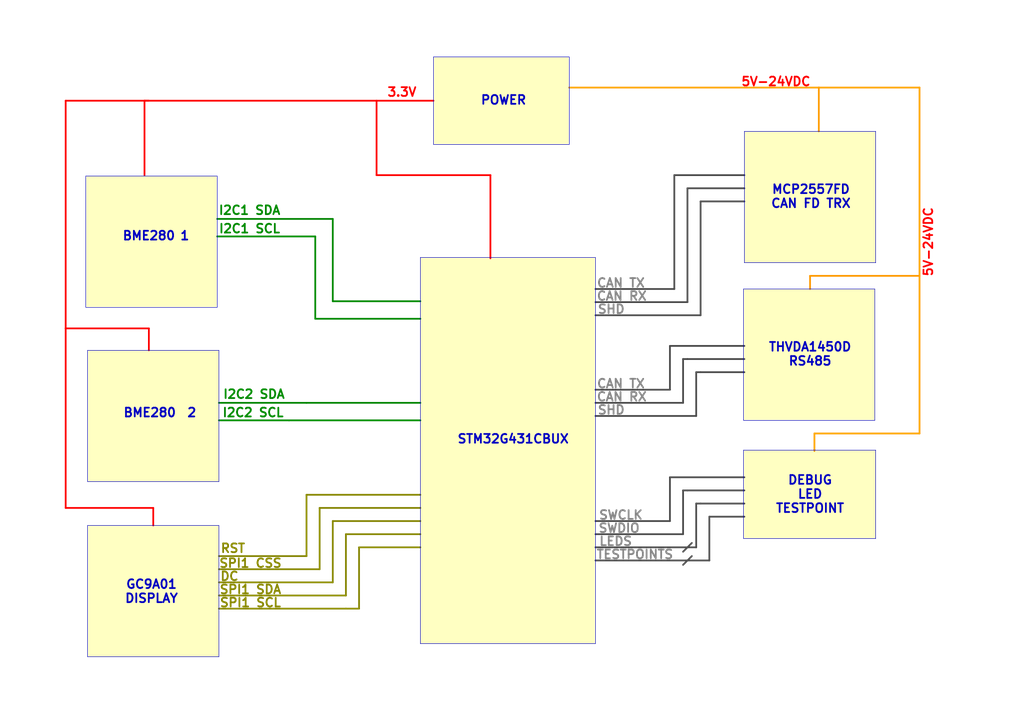
<source format=kicad_sch>
(kicad_sch
	(version 20250114)
	(generator "eeschema")
	(generator_version "9.0")
	(uuid "be9984da-3578-4f2c-99e6-90989df5996c")
	(paper "A4")
	(lib_symbols)
	(rectangle
		(start 24.892 51.054)
		(end 62.992 89.154)
		(stroke
			(width 0)
			(type default)
		)
		(fill
			(type color)
			(color 255 255 194 1)
		)
		(uuid 33dc6cd9-8caf-47b6-bd20-863799476d3c)
	)
	(rectangle
		(start 25.4 152.4)
		(end 63.5 190.5)
		(stroke
			(width 0)
			(type default)
		)
		(fill
			(type color)
			(color 255 255 194 1)
		)
		(uuid 4554c643-067f-432e-8aee-ff2fc73e3023)
	)
	(rectangle
		(start 215.9 38.1)
		(end 254 76.2)
		(stroke
			(width 0)
			(type default)
		)
		(fill
			(type color)
			(color 255 255 194 1)
		)
		(uuid 903c9edd-f42c-4e00-ad2b-9162c5355249)
	)
	(rectangle
		(start 125.73 16.51)
		(end 165.1 41.91)
		(stroke
			(width 0)
			(type default)
		)
		(fill
			(type color)
			(color 255 255 194 1)
		)
		(uuid cdf138e2-fc69-4564-ac2f-b6454b0bea2e)
	)
	(rectangle
		(start 121.92 74.676)
		(end 172.72 186.69)
		(stroke
			(width 0)
			(type default)
		)
		(fill
			(type color)
			(color 255 255 194 1)
		)
		(uuid e0b63e25-4202-4788-9e25-cf3ee01ad0cb)
	)
	(rectangle
		(start 215.646 83.82)
		(end 253.746 121.92)
		(stroke
			(width 0)
			(type default)
		)
		(fill
			(type color)
			(color 255 255 194 1)
		)
		(uuid e90c4111-42e8-4567-a815-64e6bb175411)
	)
	(rectangle
		(start 25.4 101.6)
		(end 63.5 139.7)
		(stroke
			(width 0)
			(type default)
		)
		(fill
			(type color)
			(color 255 255 194 1)
		)
		(uuid fa40cb46-9140-4bec-9299-149b9f7c2aa3)
	)
	(rectangle
		(start 215.646 130.556)
		(end 254 156.21)
		(stroke
			(width 0)
			(type default)
		)
		(fill
			(type color)
			(color 255 255 194 1)
		)
		(uuid ffe16116-c815-4a2f-9934-251edbf26d7a)
	)
	(text "POWER"
		(exclude_from_sim no)
		(at 146.05 29.21 0)
		(effects
			(font
				(size 2.54 2.54)
				(thickness 0.508)
				(bold yes)
			)
		)
		(uuid "12f993ac-3031-414b-b804-79d14d93251c")
	)
	(text "RST"
		(exclude_from_sim no)
		(at 67.564 159.258 0)
		(effects
			(font
				(size 2.54 2.54)
				(thickness 0.508)
				(bold yes)
				(color 132 132 0 1)
			)
		)
		(uuid "188e2471-bcad-4f7d-bc52-ff62a15f7b53")
	)
	(text "SWCLK"
		(exclude_from_sim no)
		(at 180.086 149.606 0)
		(effects
			(font
				(size 2.54 2.54)
				(thickness 0.508)
				(bold yes)
				(color 132 132 132 1)
			)
		)
		(uuid "1890b87e-b61b-4404-a18b-dc284c5754ff")
	)
	(text "1"
		(exclude_from_sim no)
		(at 53.594 68.58 0)
		(effects
			(font
				(size 2.54 2.54)
				(thickness 0.508)
				(bold yes)
			)
		)
		(uuid "1a7f1644-df3a-4d33-b223-31b2b6f904ba")
	)
	(text "MCP2557FD\nCAN FD TRX"
		(exclude_from_sim no)
		(at 235.204 57.15 0)
		(effects
			(font
				(size 2.54 2.54)
				(thickness 0.508)
				(bold yes)
			)
		)
		(uuid "1c051424-7262-4d6b-b76a-75c924e2bb81")
	)
	(text "CAN RX"
		(exclude_from_sim no)
		(at 180.34 115.316 0)
		(effects
			(font
				(size 2.54 2.54)
				(thickness 0.508)
				(bold yes)
				(color 132 132 132 1)
			)
		)
		(uuid "1e7e1cd1-7891-4f0d-a7f6-1a225d6cf3ba")
	)
	(text "CAN RX"
		(exclude_from_sim no)
		(at 180.34 86.106 0)
		(effects
			(font
				(size 2.54 2.54)
				(thickness 0.508)
				(bold yes)
				(color 132 132 132 1)
			)
		)
		(uuid "32185817-1106-41fa-8217-0f509ad583fc")
	)
	(text "SPI1 SDA"
		(exclude_from_sim no)
		(at 72.644 171.196 0)
		(effects
			(font
				(size 2.54 2.54)
				(thickness 0.508)
				(bold yes)
				(color 132 132 0 1)
			)
		)
		(uuid "33e9e6d4-c444-4d4e-be66-280e4e1b9236")
	)
	(text "SPI1 SCL"
		(exclude_from_sim no)
		(at 72.644 175.006 0)
		(effects
			(font
				(size 2.54 2.54)
				(thickness 0.508)
				(bold yes)
				(color 132 132 0 1)
			)
		)
		(uuid "35fb6edd-a7cc-47de-b148-ccc3b6d46117")
	)
	(text "I2C2 SCL"
		(exclude_from_sim no)
		(at 73.406 119.888 0)
		(effects
			(font
				(size 2.54 2.54)
				(thickness 0.508)
				(bold yes)
				(color 0 132 0 1)
			)
		)
		(uuid "444c0138-b106-4b6b-90d3-387cac93082f")
	)
	(text "I2C2 SDA"
		(exclude_from_sim no)
		(at 73.66 114.554 0)
		(effects
			(font
				(size 2.54 2.54)
				(thickness 0.508)
				(bold yes)
				(color 0 132 0 1)
			)
		)
		(uuid "490d9f9e-b483-47a0-91fe-d752792b9282")
	)
	(text "CAN TX"
		(exclude_from_sim no)
		(at 180.086 111.506 0)
		(effects
			(font
				(size 2.54 2.54)
				(thickness 0.508)
				(bold yes)
				(color 132 132 132 1)
			)
		)
		(uuid "4ade6c0b-8075-4afb-8509-75cddeec2a86")
	)
	(text "SHD"
		(exclude_from_sim no)
		(at 177.292 89.916 0)
		(effects
			(font
				(size 2.54 2.54)
				(thickness 0.508)
				(bold yes)
				(color 132 132 132 1)
			)
		)
		(uuid "54f2e4d0-ba17-4819-9be9-09aebae24a60")
	)
	(text "I2C1 SDA"
		(exclude_from_sim no)
		(at 72.39 61.214 0)
		(effects
			(font
				(size 2.54 2.54)
				(thickness 0.508)
				(bold yes)
				(color 0 132 0 1)
			)
		)
		(uuid "6fab8f5e-64c8-4af7-bd56-ef4a0878ee8e")
	)
	(text "TESTPOINTS"
		(exclude_from_sim no)
		(at 184.15 161.036 0)
		(effects
			(font
				(size 2.54 2.54)
				(thickness 0.508)
				(bold yes)
				(color 132 132 132 1)
			)
		)
		(uuid "7d97f7c3-2bc6-4c12-a062-50de5a872dd8")
	)
	(text "2"
		(exclude_from_sim no)
		(at 55.626 119.888 0)
		(effects
			(font
				(size 2.54 2.54)
				(thickness 0.508)
				(bold yes)
			)
		)
		(uuid "8e2d4db4-d9bf-45a1-b247-e17adfbccb0a")
	)
	(text "SWDIO"
		(exclude_from_sim no)
		(at 179.578 153.416 0)
		(effects
			(font
				(size 2.54 2.54)
				(thickness 0.508)
				(bold yes)
				(color 132 132 132 1)
			)
		)
		(uuid "8ec707e0-3088-417e-a1c2-f41951ab4b64")
	)
	(text "3.3V"
		(exclude_from_sim no)
		(at 116.586 26.924 0)
		(effects
			(font
				(size 2.54 2.54)
				(thickness 0.508)
				(bold yes)
				(color 255 0 0 1)
			)
		)
		(uuid "960e04a4-99a4-479c-9e92-6de2e726dd1c")
	)
	(text "STM32G431CBUX"
		(exclude_from_sim no)
		(at 148.844 127.508 0)
		(effects
			(font
				(size 2.54 2.54)
				(thickness 0.508)
				(bold yes)
			)
		)
		(uuid "99982a99-8b66-4266-b403-c925922e77ca")
	)
	(text "GC9A01\nDISPLAY"
		(exclude_from_sim no)
		(at 43.942 171.704 0)
		(effects
			(font
				(size 2.54 2.54)
				(thickness 0.508)
				(bold yes)
			)
		)
		(uuid "a3f8de33-61d5-496e-97dc-b85ebc75bac4")
	)
	(text "5V-24VDC"
		(exclude_from_sim no)
		(at 225.044 23.876 0)
		(effects
			(font
				(size 2.54 2.54)
				(thickness 0.508)
				(bold yes)
				(color 255 0 0 1)
			)
		)
		(uuid "a4f75510-a592-4452-9975-d61c57fa5be7")
	)
	(text "BME280"
		(exclude_from_sim no)
		(at 43.18 68.58 0)
		(effects
			(font
				(size 2.54 2.54)
				(thickness 0.508)
				(bold yes)
			)
		)
		(uuid "a64532ba-3278-49c4-b62e-b1c525efe413")
	)
	(text "BME280"
		(exclude_from_sim no)
		(at 43.434 119.888 0)
		(effects
			(font
				(size 2.54 2.54)
				(thickness 0.508)
				(bold yes)
			)
		)
		(uuid "aa558e8b-c5a6-46b1-81aa-5ece526035a2")
	)
	(text "I2C1 SCL"
		(exclude_from_sim no)
		(at 72.39 66.548 0)
		(effects
			(font
				(size 2.54 2.54)
				(thickness 0.508)
				(bold yes)
				(color 0 132 0 1)
			)
		)
		(uuid "b3141e7d-ec33-4f64-b9d4-c3a6568e2b5c")
	)
	(text "DC"
		(exclude_from_sim no)
		(at 66.548 167.386 0)
		(effects
			(font
				(size 2.54 2.54)
				(thickness 0.508)
				(bold yes)
				(color 132 132 0 1)
			)
		)
		(uuid "b449c23e-9a73-4833-8f0f-82f92a2d8eeb")
	)
	(text "5V-24VDC"
		(exclude_from_sim no)
		(at 269.24 70.358 90)
		(effects
			(font
				(size 2.54 2.54)
				(thickness 0.508)
				(bold yes)
				(color 255 0 0 1)
			)
		)
		(uuid "b5134bb9-8849-4c94-b22e-c287ebc7f429")
	)
	(text "SPI1 CSS"
		(exclude_from_sim no)
		(at 72.644 163.576 0)
		(effects
			(font
				(size 2.54 2.54)
				(thickness 0.508)
				(bold yes)
				(color 132 132 0 1)
			)
		)
		(uuid "bd61752f-54eb-42e2-a13b-c6959c6b53d3")
	)
	(text "CAN TX"
		(exclude_from_sim no)
		(at 180.086 82.296 0)
		(effects
			(font
				(size 2.54 2.54)
				(thickness 0.508)
				(bold yes)
				(color 132 132 132 1)
			)
		)
		(uuid "ca35e6d6-74c1-4f9c-b06b-6d8f7f72a2d4")
	)
	(text "THVDA1450D\nRS485"
		(exclude_from_sim no)
		(at 234.95 102.87 0)
		(effects
			(font
				(size 2.54 2.54)
				(thickness 0.508)
				(bold yes)
			)
		)
		(uuid "d990fe4a-e145-464e-b8de-d725c14f259f")
	)
	(text "SHD"
		(exclude_from_sim no)
		(at 177.292 119.126 0)
		(effects
			(font
				(size 2.54 2.54)
				(thickness 0.508)
				(bold yes)
				(color 132 132 132 1)
			)
		)
		(uuid "e45d000f-c6c1-4a1b-8642-e7bd81ae44ec")
	)
	(text "LEDS"
		(exclude_from_sim no)
		(at 178.562 157.226 0)
		(effects
			(font
				(size 2.54 2.54)
				(thickness 0.508)
				(bold yes)
				(color 132 132 132 1)
			)
		)
		(uuid "f6f49b5b-be8e-49a1-b477-423ae6554734")
	)
	(text "DEBUG\nLED\nTESTPOINT"
		(exclude_from_sim no)
		(at 234.95 143.51 0)
		(effects
			(font
				(size 2.54 2.54)
				(thickness 0.508)
				(bold yes)
			)
		)
		(uuid "ffb358ca-d7e6-4cd7-bb14-e74e1da7f238")
	)
	(polyline
		(pts
			(xy 172.72 120.65) (xy 201.93 120.65)
		)
		(stroke
			(width 0.508)
			(type default)
			(color 72 72 72 1)
		)
		(uuid "029afe63-7f13-47f6-8302-e496f13fa634")
	)
	(polyline
		(pts
			(xy 199.39 104.14) (xy 215.9 104.14)
		)
		(stroke
			(width 0.508)
			(type default)
			(color 72 72 72 1)
		)
		(uuid "045422db-c4a5-4cbd-a8f8-69d086af8322")
	)
	(polyline
		(pts
			(xy 205.74 162.56) (xy 205.74 149.86)
		)
		(stroke
			(width 0.508)
			(type default)
			(color 72 72 72 1)
		)
		(uuid "0d303700-06c5-4162-b6d5-21f61be65d4a")
	)
	(polyline
		(pts
			(xy 172.72 91.44) (xy 203.2 91.44)
		)
		(stroke
			(width 0.508)
			(type default)
			(color 72 72 72 1)
		)
		(uuid "0eecd167-59f4-47a2-8bc8-50f8c1a98004")
	)
	(polyline
		(pts
			(xy 201.93 107.95) (xy 203.2 107.95)
		)
		(stroke
			(width 0.508)
			(type default)
			(color 72 72 72 1)
		)
		(uuid "10067ca3-d94e-4159-9c5e-fdc9c97f122f")
	)
	(polyline
		(pts
			(xy 104.14 158.75) (xy 121.92 158.75)
		)
		(stroke
			(width 0.508)
			(type default)
			(color 132 132 0 1)
		)
		(uuid "125b75aa-f317-41fd-a8bd-6c53cc2e0839")
	)
	(polyline
		(pts
			(xy 198.12 154.94) (xy 198.12 142.24)
		)
		(stroke
			(width 0.508)
			(type default)
			(color 72 72 72 1)
		)
		(uuid "1560dfb9-4936-4f83-b680-524abbefd3d5")
	)
	(polyline
		(pts
			(xy 194.31 138.43) (xy 215.9 138.43)
		)
		(stroke
			(width 0.508)
			(type default)
			(color 72 72 72 1)
		)
		(uuid "1734fc26-fca2-4433-b76d-fb4232ed6897")
	)
	(polyline
		(pts
			(xy 199.39 54.61) (xy 215.9 54.61)
		)
		(stroke
			(width 0.508)
			(type default)
			(color 72 72 72 1)
		)
		(uuid "17b03d60-ddff-4eeb-86cd-1fa1cce47107")
	)
	(polyline
		(pts
			(xy 172.72 113.03) (xy 194.31 113.03)
		)
		(stroke
			(width 0.508)
			(type default)
			(color 72 72 72 1)
		)
		(uuid "18595a68-0e4b-47bc-9048-b8c18b3f8778")
	)
	(polyline
		(pts
			(xy 194.31 100.33) (xy 215.9 100.33)
		)
		(stroke
			(width 0.508)
			(type default)
			(color 72 72 72 1)
		)
		(uuid "1b34e10a-2a2d-46dd-b9fd-efe9f49108d4")
	)
	(polyline
		(pts
			(xy 19.05 95.25) (xy 19.05 147.32)
		)
		(stroke
			(width 0.508)
			(type default)
			(color 255 0 0 1)
		)
		(uuid "1e0b1695-4b25-4a5c-8a1c-1f2e59f97f67")
	)
	(polyline
		(pts
			(xy 203.2 146.05) (xy 215.9 146.05)
		)
		(stroke
			(width 0.508)
			(type default)
			(color 72 72 72 1)
		)
		(uuid "1eef3fd6-731e-4cf9-929d-5ec363a16711")
	)
	(polyline
		(pts
			(xy 109.22 29.21) (xy 109.22 50.8)
		)
		(stroke
			(width 0.508)
			(type default)
			(color 255 0 0 1)
		)
		(uuid "2184e7df-3c8e-47e1-a5b5-eeecf3df3ae3")
	)
	(polyline
		(pts
			(xy 83.82 121.92) (xy 121.92 121.92)
		)
		(stroke
			(width 0.508)
			(type default)
			(color 0 132 0 1)
		)
		(uuid "22b5064d-f9bd-415d-9874-54270e58c895")
	)
	(polyline
		(pts
			(xy 88.9 116.84) (xy 90.17 116.84)
		)
		(stroke
			(width 0)
			(type default)
		)
		(uuid "26ae7410-4e8b-452c-b0df-97d8743dcdf2")
	)
	(polyline
		(pts
			(xy 205.74 149.86) (xy 215.9 149.86)
		)
		(stroke
			(width 0.508)
			(type default)
			(color 72 72 72 1)
		)
		(uuid "2898b74e-dd1c-403c-b0a7-aa3075bd932e")
	)
	(polyline
		(pts
			(xy 198.12 163.83) (xy 200.66 161.29)
		)
		(stroke
			(width 0.508)
			(type default)
			(color 72 72 72 1)
		)
		(uuid "2affda89-9d7a-4e3e-9a34-35b3a1852fef")
	)
	(polyline
		(pts
			(xy 237.49 25.4) (xy 266.7 25.4)
		)
		(stroke
			(width 0.508)
			(type default)
			(color 255 153 0 1)
		)
		(uuid "36b11ecc-518c-41cd-adb4-a99a46866d88")
	)
	(polyline
		(pts
			(xy 19.05 95.25) (xy 19.05 29.21)
		)
		(stroke
			(width 0.508)
			(type default)
			(color 255 0 0 1)
		)
		(uuid "37ac1270-6016-4cd8-9fa5-b7461833043b")
	)
	(polyline
		(pts
			(xy 195.58 50.8) (xy 215.9 50.8)
		)
		(stroke
			(width 0.508)
			(type default)
			(color 72 72 72 1)
		)
		(uuid "3d3b2ae1-695f-4bdf-bbba-8b9f83ba0421")
	)
	(polyline
		(pts
			(xy 199.39 142.24) (xy 215.9 142.24)
		)
		(stroke
			(width 0.508)
			(type default)
			(color 72 72 72 1)
		)
		(uuid "3e5dae8f-fc16-4018-a33f-84b6064f8fd5")
	)
	(polyline
		(pts
			(xy 195.58 83.82) (xy 195.58 50.8)
		)
		(stroke
			(width 0.508)
			(type default)
			(color 72 72 72 1)
		)
		(uuid "49df16ae-8f4c-4233-8f51-0cbe0ed2f34c")
	)
	(polyline
		(pts
			(xy 198.12 116.84) (xy 198.12 104.14)
		)
		(stroke
			(width 0.508)
			(type default)
			(color 72 72 72 1)
		)
		(uuid "4b57992c-2375-4295-9334-426405220f5d")
	)
	(polyline
		(pts
			(xy 172.72 162.56) (xy 205.74 162.56)
		)
		(stroke
			(width 0.508)
			(type default)
			(color 72 72 72 1)
		)
		(uuid "4c6d968b-6986-4fe1-bc56-f94a88f39812")
	)
	(polyline
		(pts
			(xy 96.52 151.13) (xy 121.92 151.13)
		)
		(stroke
			(width 0.508)
			(type default)
			(color 132 132 0 1)
		)
		(uuid "512edd7f-6d46-4f51-beb4-c92357dc7aca")
	)
	(polyline
		(pts
			(xy 19.05 29.21) (xy 43.18 29.21)
		)
		(stroke
			(width 0.508)
			(type default)
			(color 255 0 0 1)
		)
		(uuid "57c7f376-0c56-401a-8c2f-5447ab01771d")
	)
	(polyline
		(pts
			(xy 62.992 68.58) (xy 91.44 68.58)
		)
		(stroke
			(width 0.508)
			(type default)
			(color 0 132 0 1)
		)
		(uuid "5a45477b-ce14-488e-be95-33ac184e3729")
	)
	(polyline
		(pts
			(xy 203.2 107.95) (xy 215.9 107.95)
		)
		(stroke
			(width 0.508)
			(type default)
			(color 72 72 72 1)
		)
		(uuid "5b91f36e-ecd2-479d-bb8d-95649df3bace")
	)
	(polyline
		(pts
			(xy 172.72 83.82) (xy 195.58 83.82)
		)
		(stroke
			(width 0.508)
			(type default)
			(color 72 72 72 1)
		)
		(uuid "5bcf18f1-61d7-4f73-aa9d-3758219e6eac")
	)
	(polyline
		(pts
			(xy 194.31 113.03) (xy 194.31 100.33)
		)
		(stroke
			(width 0.508)
			(type default)
			(color 72 72 72 1)
		)
		(uuid "5d5e28fe-f977-4991-b1d8-9a266bf81495")
	)
	(polyline
		(pts
			(xy 96.52 87.376) (xy 121.92 87.376)
		)
		(stroke
			(width 0.508)
			(type default)
			(color 0 132 0 1)
		)
		(uuid "5f5c8832-c7c0-4e5a-9941-7665cef6dbe2")
	)
	(polyline
		(pts
			(xy 96.52 63.5) (xy 96.52 87.376)
		)
		(stroke
			(width 0.508)
			(type default)
			(color 0 132 0 1)
		)
		(uuid "61702c4a-54af-4301-a9ee-07c4aa4ea3e1")
	)
	(polyline
		(pts
			(xy 201.93 158.75) (xy 201.93 146.05)
		)
		(stroke
			(width 0.508)
			(type default)
			(color 72 72 72 1)
		)
		(uuid "635ed044-8e08-4608-b3b4-3761f7504440")
	)
	(polyline
		(pts
			(xy 63.5 161.29) (xy 88.9 161.29)
		)
		(stroke
			(width 0.508)
			(type default)
			(color 132 132 0 1)
		)
		(uuid "63deb193-fb32-4121-8ed2-3682ced4f3f8")
	)
	(polyline
		(pts
			(xy 198.12 104.14) (xy 199.39 104.14)
		)
		(stroke
			(width 0.508)
			(type default)
			(color 72 72 72 1)
		)
		(uuid "64eccc6e-d1d6-4448-85ca-bd238839c4a7")
	)
	(polyline
		(pts
			(xy 172.72 116.84) (xy 198.12 116.84)
		)
		(stroke
			(width 0.508)
			(type default)
			(color 72 72 72 1)
		)
		(uuid "64fe9cf7-2a43-4a37-a433-98f5e8346323")
	)
	(polyline
		(pts
			(xy 19.05 147.32) (xy 44.45 147.32)
		)
		(stroke
			(width 0.508)
			(type default)
			(color 255 0 0 1)
		)
		(uuid "6914e468-662d-4b75-aebf-fb8800460bf4")
	)
	(polyline
		(pts
			(xy 63.5 176.53) (xy 100.33 176.53)
		)
		(stroke
			(width 0.508)
			(type default)
			(color 132 132 0 1)
		)
		(uuid "6aab73fa-6355-4f82-a06e-f62d2270cb28")
	)
	(polyline
		(pts
			(xy 44.45 147.32) (xy 44.45 152.4)
		)
		(stroke
			(width 0.508)
			(type default)
			(color 255 0 0 1)
		)
		(uuid "6dec7e96-b616-469a-96bf-915a5b235de3")
	)
	(polyline
		(pts
			(xy 88.9 143.51) (xy 121.92 143.51)
		)
		(stroke
			(width 0.508)
			(type default)
			(color 132 132 0 1)
		)
		(uuid "6ebba216-5b19-4005-bf3b-c1c54fa525c7")
	)
	(polyline
		(pts
			(xy 266.7 25.4) (xy 266.7 80.01)
		)
		(stroke
			(width 0.508)
			(type default)
			(color 255 153 0 1)
		)
		(uuid "78308709-99d5-4e78-ba4b-a64d3bafddec")
	)
	(polyline
		(pts
			(xy 165.1 25.4) (xy 237.49 25.4)
		)
		(stroke
			(width 0.508)
			(type default)
			(color 255 153 0 1)
		)
		(uuid "78b553d1-8659-48f0-9ecf-fb5868e08511")
	)
	(polyline
		(pts
			(xy 41.91 29.21) (xy 41.91 50.8)
		)
		(stroke
			(width 0.508)
			(type default)
			(color 255 0 0 1)
		)
		(uuid "7ad41811-a66d-4e83-8ca8-a83204cb84ed")
	)
	(polyline
		(pts
			(xy 92.71 165.1) (xy 92.71 147.32)
		)
		(stroke
			(width 0.508)
			(type default)
			(color 132 132 0 1)
		)
		(uuid "7f2e4e94-a2fe-41f5-a394-f37f0d7a4d2e")
	)
	(polyline
		(pts
			(xy 234.95 80.01) (xy 234.95 83.82)
		)
		(stroke
			(width 0.508)
			(type default)
			(color 255 153 0 1)
		)
		(uuid "7f44887b-db56-42a3-aa94-0046425e6f9d")
	)
	(polyline
		(pts
			(xy 88.9 161.29) (xy 88.9 143.51)
		)
		(stroke
			(width 0.508)
			(type default)
			(color 132 132 0 1)
		)
		(uuid "84ee17bd-e4af-407d-b735-09c21563ef95")
	)
	(polyline
		(pts
			(xy 62.992 63.5) (xy 96.52 63.5)
		)
		(stroke
			(width 0.508)
			(type default)
			(color 0 132 0 1)
		)
		(uuid "858c4202-f66c-4122-9cb0-9937abc5f802")
	)
	(polyline
		(pts
			(xy 266.7 80.01) (xy 234.95 80.01)
		)
		(stroke
			(width 0.508)
			(type default)
			(color 255 153 0 1)
		)
		(uuid "886d1881-2bf0-4ce3-8ace-965bc937c39e")
	)
	(polyline
		(pts
			(xy 92.71 147.32) (xy 121.92 147.32)
		)
		(stroke
			(width 0.508)
			(type default)
			(color 132 132 0 1)
		)
		(uuid "88e12394-54b8-4a41-8c57-23b62bd5b63d")
	)
	(polyline
		(pts
			(xy 109.22 50.8) (xy 142.24 50.8)
		)
		(stroke
			(width 0.508)
			(type default)
			(color 255 0 0 1)
		)
		(uuid "8a6fcd2d-4663-4c47-9aa1-d4addd3dd344")
	)
	(polyline
		(pts
			(xy 88.9 116.84) (xy 121.92 116.84)
		)
		(stroke
			(width 0.508)
			(type default)
			(color 0 132 0 1)
		)
		(uuid "8f289f84-3440-4abe-851e-a3bdbd701d60")
	)
	(polyline
		(pts
			(xy 100.33 154.94) (xy 121.92 154.94)
		)
		(stroke
			(width 0.508)
			(type default)
			(color 132 132 0 1)
		)
		(uuid "94a8c69e-5cf5-4411-bc98-979c9e78d84e")
	)
	(polyline
		(pts
			(xy 125.73 29.21) (xy 41.91 29.21)
		)
		(stroke
			(width 0.508)
			(type default)
			(color 255 0 0 1)
		)
		(uuid "992138ec-abdc-42e4-b916-d7d98bce8fac")
	)
	(polyline
		(pts
			(xy 236.22 125.73) (xy 236.22 130.81)
		)
		(stroke
			(width 0.508)
			(type default)
			(color 255 153 0 1)
		)
		(uuid "9e1dd7db-2887-4bd9-8acf-9595d7b7e3a1")
	)
	(polyline
		(pts
			(xy 104.14 176.53) (xy 104.14 158.75)
		)
		(stroke
			(width 0.508)
			(type default)
			(color 132 132 0 1)
		)
		(uuid "a0013b47-3142-49ae-b516-c8eab0805b7a")
	)
	(polyline
		(pts
			(xy 201.93 120.65) (xy 201.93 107.95)
		)
		(stroke
			(width 0.508)
			(type default)
			(color 72 72 72 1)
		)
		(uuid "a2bb9c95-091c-4b54-a49f-f8c0bf279faa")
	)
	(polyline
		(pts
			(xy 91.44 68.58) (xy 91.44 92.456)
		)
		(stroke
			(width 0.508)
			(type default)
			(color 0 132 0 1)
		)
		(uuid "a3410728-b260-4882-97f2-6e2753458861")
	)
	(polyline
		(pts
			(xy 91.44 92.456) (xy 121.92 92.456)
		)
		(stroke
			(width 0.508)
			(type default)
			(color 0 132 0 1)
		)
		(uuid "a349b0ec-22cb-458f-bc76-1d7e35f251b5")
	)
	(polyline
		(pts
			(xy 63.5 165.1) (xy 92.71 165.1)
		)
		(stroke
			(width 0.508)
			(type default)
			(color 132 132 0 1)
		)
		(uuid "ad01e6d3-462f-4386-b3fd-9d886969f507")
	)
	(polyline
		(pts
			(xy 194.31 151.13) (xy 194.31 138.43)
		)
		(stroke
			(width 0.508)
			(type default)
			(color 72 72 72 1)
		)
		(uuid "af99d21a-3b7e-44ba-a8b6-46375506e64d")
	)
	(polyline
		(pts
			(xy 237.49 25.4) (xy 237.49 38.1)
		)
		(stroke
			(width 0.508)
			(type default)
			(color 255 153 0 1)
		)
		(uuid "afd7e3c4-478f-47e7-a0a5-174817d4b30f")
	)
	(polyline
		(pts
			(xy 172.72 151.13) (xy 194.31 151.13)
		)
		(stroke
			(width 0.508)
			(type default)
			(color 72 72 72 1)
		)
		(uuid "b029b8fd-d0b6-4750-8da4-f1e620cce3a7")
	)
	(polyline
		(pts
			(xy 43.18 101.6) (xy 43.18 95.25)
		)
		(stroke
			(width 0.508)
			(type default)
			(color 255 0 0 1)
		)
		(uuid "b38403a7-24a6-4b2c-ae9b-16e1d41fd560")
	)
	(polyline
		(pts
			(xy 172.72 87.63) (xy 199.39 87.63)
		)
		(stroke
			(width 0.508)
			(type default)
			(color 72 72 72 1)
		)
		(uuid "b562ab1a-6811-4412-9926-17e0df68c427")
	)
	(polyline
		(pts
			(xy 100.33 172.72) (xy 100.33 154.94)
		)
		(stroke
			(width 0.508)
			(type default)
			(color 132 132 0 1)
		)
		(uuid "b68fdf7e-d424-44a9-ad5e-269951c59473")
	)
	(polyline
		(pts
			(xy 198.12 142.24) (xy 199.39 142.24)
		)
		(stroke
			(width 0.508)
			(type default)
			(color 72 72 72 1)
		)
		(uuid "b80ead1a-4fd7-42ff-a411-22e7d0a1f5ca")
	)
	(polyline
		(pts
			(xy 203.2 91.44) (xy 203.2 58.42)
		)
		(stroke
			(width 0.508)
			(type default)
			(color 72 72 72 1)
		)
		(uuid "c1ba81eb-7c2e-41c0-8d0b-06fd68346a96")
	)
	(polyline
		(pts
			(xy 96.52 168.91) (xy 96.52 151.13)
		)
		(stroke
			(width 0.508)
			(type default)
			(color 132 132 0 1)
		)
		(uuid "c2ed76a7-0485-4c93-8520-2a26cf0ef097")
	)
	(polyline
		(pts
			(xy 63.5 121.92) (xy 83.82 121.92)
		)
		(stroke
			(width 0.508)
			(type default)
			(color 0 132 0 1)
		)
		(uuid "cd7b3e50-1043-4a18-a686-9b00d3f6c6b5")
	)
	(polyline
		(pts
			(xy 63.5 172.72) (xy 100.33 172.72)
		)
		(stroke
			(width 0.508)
			(type default)
			(color 132 132 0 1)
		)
		(uuid "d1c176c7-650c-4370-8834-62fd5d56e471")
	)
	(polyline
		(pts
			(xy 172.72 154.94) (xy 198.12 154.94)
		)
		(stroke
			(width 0.508)
			(type default)
			(color 72 72 72 1)
		)
		(uuid "dba79dbe-cd08-4138-aac9-ba1ce1dda42f")
	)
	(polyline
		(pts
			(xy 63.5 168.91) (xy 96.52 168.91)
		)
		(stroke
			(width 0.508)
			(type default)
			(color 132 132 0 1)
		)
		(uuid "dc73cb03-3cb3-4043-b317-d3a52f099d90")
	)
	(polyline
		(pts
			(xy 203.2 58.42) (xy 215.9 58.42)
		)
		(stroke
			(width 0.508)
			(type default)
			(color 72 72 72 1)
		)
		(uuid "e1a7e7a7-6fe6-46e5-9460-fb869c98c2a4")
	)
	(polyline
		(pts
			(xy 266.7 125.73) (xy 236.22 125.73)
		)
		(stroke
			(width 0.508)
			(type default)
			(color 255 153 0 1)
		)
		(uuid "ec8740c5-1896-4979-9756-cccaf56b1f5d")
	)
	(polyline
		(pts
			(xy 198.12 160.02) (xy 200.66 157.48)
		)
		(stroke
			(width 0.508)
			(type default)
			(color 72 72 72 1)
		)
		(uuid "eedff246-6f71-4a07-9ce0-e4b38dbb30a5")
	)
	(polyline
		(pts
			(xy 142.24 50.8) (xy 142.24 74.93)
		)
		(stroke
			(width 0.508)
			(type default)
			(color 255 0 0 1)
		)
		(uuid "efd171bc-91c3-4ee4-899f-0436f3961ca4")
	)
	(polyline
		(pts
			(xy 63.5 116.84) (xy 88.9 116.84)
		)
		(stroke
			(width 0.508)
			(type default)
			(color 0 132 0 1)
		)
		(uuid "f149d6ff-bd3d-400c-b4dc-f669b3f712e3")
	)
	(polyline
		(pts
			(xy 199.39 87.63) (xy 199.39 54.61)
		)
		(stroke
			(width 0.508)
			(type default)
			(color 72 72 72 1)
		)
		(uuid "f201d28b-d7bc-4f0e-b0aa-0f807d27f254")
	)
	(polyline
		(pts
			(xy 201.93 146.05) (xy 203.2 146.05)
		)
		(stroke
			(width 0.508)
			(type default)
			(color 72 72 72 1)
		)
		(uuid "f20f41f5-5608-4bab-827f-79e39f1ae1c8")
	)
	(polyline
		(pts
			(xy 100.33 176.53) (xy 104.14 176.53)
		)
		(stroke
			(width 0.508)
			(type default)
			(color 132 132 0 1)
		)
		(uuid "f9bf7fc5-5b49-4269-9118-d0421e9a072d")
	)
	(polyline
		(pts
			(xy 172.72 158.75) (xy 201.93 158.75)
		)
		(stroke
			(width 0.508)
			(type default)
			(color 72 72 72 1)
		)
		(uuid "fa1d8f8b-3e03-4b90-9b18-63f60680e495")
	)
	(polyline
		(pts
			(xy 43.18 95.25) (xy 19.05 95.25)
		)
		(stroke
			(width 0.508)
			(type default)
			(color 255 0 0 1)
		)
		(uuid "fb7fab34-93d3-48bd-bb67-176763b79717")
	)
	(polyline
		(pts
			(xy 266.7 80.01) (xy 266.7 125.73)
		)
		(stroke
			(width 0.508)
			(type default)
			(color 255 153 0 1)
		)
		(uuid "ff6351a8-678b-4bd5-88b8-47535b7083f4")
	)
)

</source>
